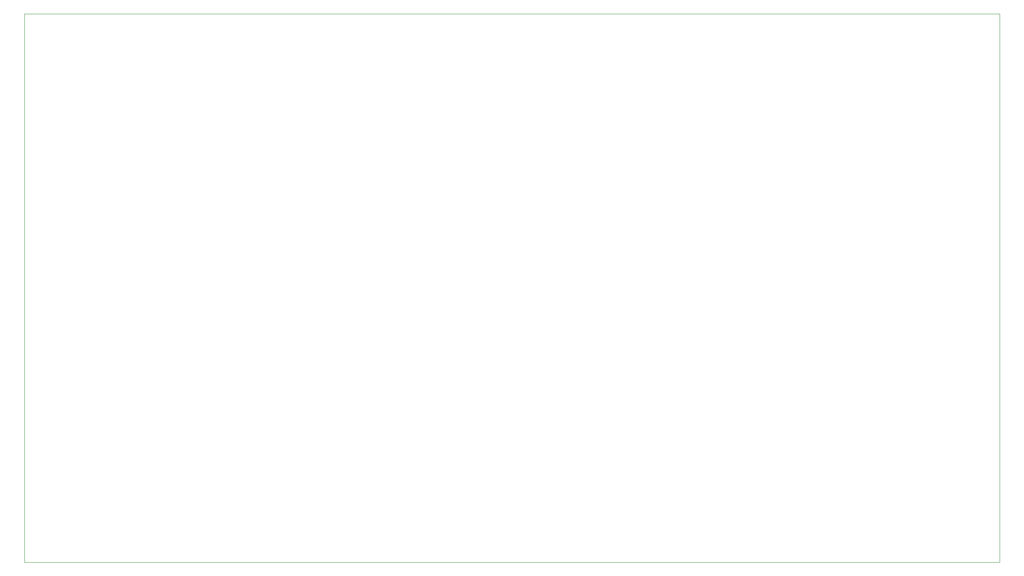
<source format=gm1>
%TF.GenerationSoftware,KiCad,Pcbnew,6.0.1+dfsg-1~bpo11+1*%
%TF.CreationDate,2022-02-09T07:39:16-06:00*%
%TF.ProjectId,raven68k-rev1,72617665-6e36-4386-9b2d-726576312e6b,rev?*%
%TF.SameCoordinates,Original*%
%TF.FileFunction,Profile,NP*%
%FSLAX46Y46*%
G04 Gerber Fmt 4.6, Leading zero omitted, Abs format (unit mm)*
G04 Created by KiCad (PCBNEW 6.0.1+dfsg-1~bpo11+1) date 2022-02-09 07:39:16*
%MOMM*%
%LPD*%
G01*
G04 APERTURE LIST*
%TA.AperFunction,Profile*%
%ADD10C,0.050000*%
%TD*%
G04 APERTURE END LIST*
D10*
X38100000Y-152400000D02*
X38100000Y-38100000D01*
X241300000Y-38100000D02*
X241300000Y-152400000D01*
X241300000Y-152400000D02*
X38100000Y-152400000D01*
X38100000Y-38100000D02*
X241300000Y-38100000D01*
M02*

</source>
